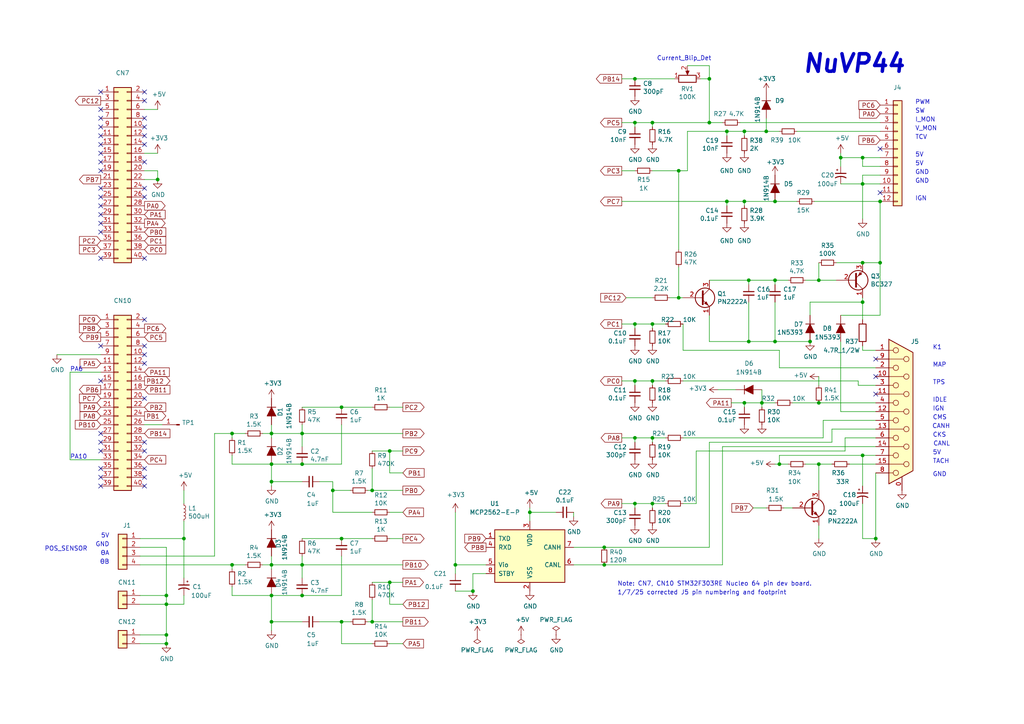
<source format=kicad_sch>
(kicad_sch (version 20230121) (generator eeschema)
  (paper "A4")
  (title_block (title "NuVP44 control") (date "2023-03-10") (rev "A1"))
  (junction (at 234.95 99.06))
  (junction (at 87.63 172.72))
  (junction (at 99.06 156.21))
  (junction (at 48.26 184.15))
  (junction (at 78.74 180.34))
  (junction (at 78.74 125.73))
  (junction (at 45.72 52.07))
  (junction (at 132.08 163.83))
  (junction (at 210.82 38.1))
  (junction (at 215.9 38.1))
  (junction (at 48.26 175.26))
  (junction (at 53.34 156.21))
  (junction (at 217.17 99.06))
  (junction (at 153.67 148.59))
  (junction (at 175.26 158.75))
  (junction (at 205.74 22.86))
  (junction (at 184.15 93.98))
  (junction (at 99.06 118.11))
  (junction (at 222.25 38.1))
  (junction (at 250.19 53.34))
  (junction (at 113.03 130.81))
  (junction (at 67.31 125.73))
  (junction (at 184.15 146.05))
  (junction (at 78.74 172.72))
  (junction (at 78.74 139.7))
  (junction (at 184.15 35.56))
  (junction (at 250.19 132.08))
  (junction (at 205.74 35.56))
  (junction (at 48.26 186.69))
  (junction (at 175.26 163.83))
  (junction (at 210.82 58.42))
  (junction (at 137.16 171.45))
  (junction (at 87.63 134.62))
  (junction (at 196.85 86.36))
  (junction (at 189.23 127))
  (junction (at 189.23 110.49))
  (junction (at 189.23 35.56))
  (junction (at 99.06 180.34))
  (junction (at 224.79 81.28))
  (junction (at 215.9 116.84))
  (junction (at 78.74 163.83))
  (junction (at 217.17 81.28))
  (junction (at 255.27 58.42))
  (junction (at 254 156.21))
  (junction (at 215.9 58.42))
  (junction (at 107.95 142.24))
  (junction (at 87.63 125.73))
  (junction (at 184.15 110.49))
  (junction (at 87.63 163.83))
  (junction (at 189.23 93.98))
  (junction (at 48.26 172.72))
  (junction (at 226.06 134.62))
  (junction (at 250.19 45.72))
  (junction (at 237.49 116.84))
  (junction (at 224.79 58.42))
  (junction (at 96.52 142.24))
  (junction (at 184.15 22.86))
  (junction (at 67.31 163.83))
  (junction (at 255.27 76.2))
  (junction (at 196.85 49.53))
  (junction (at 250.19 76.2))
  (junction (at 107.95 180.34))
  (junction (at 78.74 134.62))
  (junction (at 237.49 81.28))
  (junction (at 237.49 134.62))
  (junction (at 220.98 116.84))
  (junction (at 243.84 45.72))
  (junction (at 224.79 99.06))
  (junction (at 250.19 87.63))
  (junction (at 113.03 168.91))
  (junction (at 189.23 146.05))
  (junction (at 184.15 127))
  (no_connect (at 41.91 54.61))
  (no_connect (at 41.91 46.99))
  (no_connect (at 29.21 62.23))
  (no_connect (at 255.27 55.88))
  (no_connect (at 254 114.3))
  (no_connect (at 29.21 138.43))
  (no_connect (at 41.91 130.81))
  (no_connect (at 29.21 59.69))
  (no_connect (at 29.21 57.15))
  (no_connect (at 29.21 67.31))
  (no_connect (at 41.91 92.71))
  (no_connect (at 41.91 39.37))
  (no_connect (at 29.21 74.93))
  (no_connect (at 29.21 39.37))
  (no_connect (at 29.21 31.75))
  (no_connect (at 29.21 26.67))
  (no_connect (at 41.91 74.93))
  (no_connect (at 41.91 29.21))
  (no_connect (at 41.91 135.89))
  (no_connect (at 29.21 110.49))
  (no_connect (at 29.21 44.45))
  (no_connect (at 29.21 49.53))
  (no_connect (at 29.21 34.29))
  (no_connect (at 41.91 26.67))
  (no_connect (at 41.91 102.87))
  (no_connect (at 41.91 115.57))
  (no_connect (at 41.91 128.27))
  (no_connect (at 29.21 64.77))
  (no_connect (at 41.91 138.43))
  (no_connect (at 29.21 46.99))
  (no_connect (at 29.21 128.27))
  (no_connect (at 41.91 105.41))
  (no_connect (at 29.21 125.73))
  (no_connect (at 41.91 36.83))
  (no_connect (at 254 104.14))
  (no_connect (at 254 109.22))
  (no_connect (at 41.91 140.97))
  (no_connect (at 41.91 34.29))
  (no_connect (at 29.21 100.33))
  (no_connect (at 255.27 43.18))
  (no_connect (at 29.21 54.61))
  (no_connect (at 41.91 41.91))
  (no_connect (at 29.21 41.91))
  (no_connect (at 41.91 100.33))
  (no_connect (at 29.21 130.81))
  (no_connect (at 29.21 135.89))
  (no_connect (at 29.21 36.83))
  (no_connect (at 29.21 140.97))
  (no_connect (at 41.91 57.15))
  (wire (pts (xy 99.06 186.69) (xy 99.06 180.34)))
  (wire (pts (xy 53.34 175.26) (xy 53.34 172.72)))
  (wire (pts (xy 107.95 168.91) (xy 113.03 168.91)))
  (wire (pts (xy 215.9 116.84) (xy 220.98 116.84)))
  (wire (pts (xy 107.95 180.34) (xy 116.84 180.34)))
  (wire (pts (xy 205.74 99.06) (xy 217.17 99.06)))
  (wire (pts (xy 236.22 58.42) (xy 255.27 58.42)))
  (wire (pts (xy 250.19 140.97) (xy 250.19 132.08)))
  (wire (pts (xy 224.79 58.42) (xy 231.14 58.42)))
  (wire (pts (xy 87.63 123.19) (xy 87.63 125.73)))
  (wire (pts (xy 226.06 132.08) (xy 250.19 132.08)))
  (wire (pts (xy 255.27 76.2) (xy 255.27 58.42)))
  (wire (pts (xy 189.23 49.53) (xy 196.85 49.53)))
  (wire (pts (xy 184.15 110.49) (xy 189.23 110.49)))
  (wire (pts (xy 99.06 123.19) (xy 99.06 134.62)))
  (wire (pts (xy 180.34 49.53) (xy 184.15 49.53)))
  (wire (pts (xy 166.37 158.75) (xy 175.26 158.75)))
  (wire (pts (xy 180.34 22.86) (xy 184.15 22.86)))
  (wire (pts (xy 96.52 148.59) (xy 96.52 142.24)))
  (wire (pts (xy 215.9 38.1) (xy 222.25 38.1)))
  (wire (pts (xy 217.17 87.63) (xy 217.17 99.06)))
  (wire (pts (xy 132.08 163.83) (xy 140.97 163.83)))
  (wire (pts (xy 217.17 82.55) (xy 217.17 81.28)))
  (wire (pts (xy 245.11 127) (xy 254 127)))
  (wire (pts (xy 189.23 127) (xy 193.04 127)))
  (wire (pts (xy 199.39 19.05) (xy 205.74 19.05)))
  (wire (pts (xy 222.25 38.1) (xy 226.06 38.1)))
  (wire (pts (xy 76.2 163.83) (xy 78.74 163.83)))
  (wire (pts (xy 248.92 111.76) (xy 254 111.76)))
  (wire (pts (xy 116.84 137.16) (xy 113.03 137.16)))
  (wire (pts (xy 41.91 52.07) (xy 45.72 52.07)))
  (wire (pts (xy 180.34 110.49) (xy 184.15 110.49)))
  (wire (pts (xy 184.15 128.27) (xy 184.15 127)))
  (wire (pts (xy 226.06 134.62) (xy 226.06 132.08)))
  (wire (pts (xy 153.67 148.59) (xy 153.67 151.13)))
  (wire (pts (xy 199.39 38.1) (xy 210.82 38.1)))
  (wire (pts (xy 132.08 163.83) (xy 132.08 166.37)))
  (wire (pts (xy 255.27 91.44) (xy 255.27 76.2)))
  (wire (pts (xy 78.74 139.7) (xy 78.74 140.97)))
  (wire (pts (xy 243.84 44.45) (xy 243.84 45.72)))
  (wire (pts (xy 237.49 142.24) (xy 237.49 134.62)))
  (wire (pts (xy 99.06 180.34) (xy 101.6 180.34)))
  (wire (pts (xy 189.23 93.98) (xy 193.04 93.98)))
  (wire (pts (xy 107.95 148.59) (xy 96.52 148.59)))
  (wire (pts (xy 96.52 139.7) (xy 96.52 142.24)))
  (wire (pts (xy 181.61 86.36) (xy 189.23 86.36)))
  (wire (pts (xy 92.71 180.34) (xy 99.06 180.34)))
  (wire (pts (xy 78.74 161.29) (xy 78.74 163.83)))
  (wire (pts (xy 224.79 87.63) (xy 224.79 99.06)))
  (wire (pts (xy 198.12 127) (xy 238.76 127)))
  (wire (pts (xy 96.52 142.24) (xy 101.6 142.24)))
  (wire (pts (xy 198.12 101.6) (xy 198.12 93.98)))
  (wire (pts (xy 184.15 146.05) (xy 189.23 146.05)))
  (wire (pts (xy 215.9 39.37) (xy 215.9 38.1)))
  (wire (pts (xy 250.19 76.2) (xy 242.57 76.2)))
  (wire (pts (xy 250.19 45.72) (xy 243.84 45.72)))
  (wire (pts (xy 87.63 139.7) (xy 78.74 139.7)))
  (wire (pts (xy 20.32 133.35) (xy 20.32 107.95)))
  (wire (pts (xy 205.74 19.05) (xy 205.74 22.86)))
  (wire (pts (xy 71.12 125.73) (xy 67.31 125.73)))
  (wire (pts (xy 48.26 175.26) (xy 48.26 184.15)))
  (wire (pts (xy 87.63 163.83) (xy 87.63 167.64)))
  (wire (pts (xy 113.03 118.11) (xy 116.84 118.11)))
  (wire (pts (xy 87.63 180.34) (xy 78.74 180.34)))
  (wire (pts (xy 198.12 110.49) (xy 248.92 110.49)))
  (wire (pts (xy 99.06 172.72) (xy 87.63 172.72)))
  (wire (pts (xy 45.72 49.53) (xy 45.72 52.07)))
  (wire (pts (xy 48.26 175.26) (xy 53.34 175.26)))
  (wire (pts (xy 201.93 146.05) (xy 198.12 146.05)))
  (wire (pts (xy 107.95 142.24) (xy 116.84 142.24)))
  (wire (pts (xy 205.74 128.27) (xy 241.3 128.27)))
  (wire (pts (xy 184.15 147.32) (xy 184.15 146.05)))
  (wire (pts (xy 67.31 125.73) (xy 67.31 127)))
  (wire (pts (xy 189.23 36.83) (xy 189.23 35.56)))
  (wire (pts (xy 217.17 99.06) (xy 224.79 99.06)))
  (wire (pts (xy 229.87 116.84) (xy 237.49 116.84)))
  (wire (pts (xy 106.68 142.24) (xy 107.95 142.24)))
  (wire (pts (xy 250.19 146.05) (xy 250.19 156.21)))
  (wire (pts (xy 210.82 39.37) (xy 210.82 38.1)))
  (wire (pts (xy 215.9 118.11) (xy 215.9 116.84)))
  (wire (pts (xy 210.82 59.69) (xy 210.82 58.42)))
  (wire (pts (xy 107.95 173.99) (xy 107.95 180.34)))
  (wire (pts (xy 224.79 81.28) (xy 228.6 81.28)))
  (wire (pts (xy 237.49 81.28) (xy 233.68 81.28)))
  (wire (pts (xy 220.98 116.84) (xy 224.79 116.84)))
  (wire (pts (xy 218.44 147.32) (xy 222.25 147.32)))
  (wire (pts (xy 67.31 163.83) (xy 67.31 165.1)))
  (wire (pts (xy 205.74 35.56) (xy 209.55 35.56)))
  (wire (pts (xy 175.26 158.75) (xy 205.74 158.75)))
  (wire (pts (xy 40.64 158.75) (xy 48.26 158.75)))
  (wire (pts (xy 205.74 81.28) (xy 217.17 81.28)))
  (wire (pts (xy 255.27 53.34) (xy 250.19 53.34)))
  (wire (pts (xy 224.79 99.06) (xy 234.95 99.06)))
  (wire (pts (xy 226.06 106.68) (xy 226.06 101.6)))
  (wire (pts (xy 132.08 171.45) (xy 137.16 171.45)))
  (wire (pts (xy 250.19 45.72) (xy 255.27 45.72)))
  (wire (pts (xy 255.27 50.8) (xy 250.19 50.8)))
  (wire (pts (xy 53.34 167.64) (xy 53.34 156.21)))
  (wire (pts (xy 224.79 82.55) (xy 224.79 81.28)))
  (wire (pts (xy 209.55 163.83) (xy 209.55 129.54)))
  (wire (pts (xy 107.95 186.69) (xy 99.06 186.69)))
  (wire (pts (xy 107.95 135.89) (xy 107.95 142.24)))
  (wire (pts (xy 237.49 111.76) (xy 237.49 109.22)))
  (wire (pts (xy 113.03 130.81) (xy 116.84 130.81)))
  (wire (pts (xy 254 137.16) (xy 254 156.21)))
  (wire (pts (xy 234.95 87.63) (xy 250.19 87.63)))
  (wire (pts (xy 210.82 58.42) (xy 215.9 58.42)))
  (wire (pts (xy 243.84 119.38) (xy 243.84 99.06)))
  (wire (pts (xy 245.11 130.81) (xy 245.11 127)))
  (wire (pts (xy 87.63 134.62) (xy 78.74 134.62)))
  (wire (pts (xy 41.91 31.75) (xy 45.72 31.75)))
  (wire (pts (xy 71.12 163.83) (xy 67.31 163.83)))
  (wire (pts (xy 41.91 49.53) (xy 45.72 49.53)))
  (wire (pts (xy 16.51 102.87) (xy 29.21 102.87)))
  (wire (pts (xy 196.85 72.39) (xy 196.85 49.53)))
  (wire (pts (xy 67.31 134.62) (xy 78.74 134.62)))
  (wire (pts (xy 99.06 161.29) (xy 99.06 172.72)))
  (wire (pts (xy 250.19 50.8) (xy 250.19 53.34)))
  (wire (pts (xy 113.03 137.16) (xy 113.03 130.81)))
  (wire (pts (xy 196.85 77.47) (xy 196.85 86.36)))
  (wire (pts (xy 189.23 110.49) (xy 193.04 110.49)))
  (wire (pts (xy 78.74 182.88) (xy 78.74 180.34)))
  (wire (pts (xy 238.76 121.92) (xy 254 121.92)))
  (wire (pts (xy 40.64 184.15) (xy 48.26 184.15)))
  (wire (pts (xy 184.15 127) (xy 189.23 127)))
  (wire (pts (xy 140.97 166.37) (xy 137.16 166.37)))
  (wire (pts (xy 92.71 139.7) (xy 96.52 139.7)))
  (wire (pts (xy 222.25 34.29) (xy 222.25 38.1)))
  (wire (pts (xy 212.09 116.84) (xy 215.9 116.84)))
  (wire (pts (xy 87.63 172.72) (xy 78.74 172.72)))
  (wire (pts (xy 67.31 170.18) (xy 67.31 172.72)))
  (wire (pts (xy 220.98 118.11) (xy 220.98 116.84)))
  (wire (pts (xy 205.74 158.75) (xy 205.74 128.27)))
  (wire (pts (xy 67.31 132.08) (xy 67.31 134.62)))
  (wire (pts (xy 237.49 76.2) (xy 237.49 81.28)))
  (wire (pts (xy 243.84 45.72) (xy 243.84 48.26)))
  (wire (pts (xy 87.63 118.11) (xy 99.06 118.11)))
  (wire (pts (xy 205.74 22.86) (xy 205.74 35.56)))
  (wire (pts (xy 99.06 134.62) (xy 87.63 134.62)))
  (wire (pts (xy 250.19 100.33) (xy 250.19 101.6)))
  (wire (pts (xy 254 119.38) (xy 243.84 119.38)))
  (wire (pts (xy 116.84 163.83) (xy 87.63 163.83)))
  (wire (pts (xy 184.15 111.76) (xy 184.15 110.49)))
  (wire (pts (xy 220.98 113.03) (xy 220.98 116.84)))
  (wire (pts (xy 194.31 86.36) (xy 196.85 86.36)))
  (wire (pts (xy 40.64 161.29) (xy 62.23 161.29)))
  (wire (pts (xy 250.19 132.08) (xy 254 132.08)))
  (wire (pts (xy 40.64 163.83) (xy 67.31 163.83)))
  (wire (pts (xy 210.82 38.1) (xy 215.9 38.1)))
  (wire (pts (xy 195.58 22.86) (xy 184.15 22.86)))
  (wire (pts (xy 180.34 93.98) (xy 184.15 93.98)))
  (wire (pts (xy 189.23 95.25) (xy 189.23 93.98)))
  (wire (pts (xy 250.19 53.34) (xy 250.19 63.5)))
  (wire (pts (xy 107.95 118.11) (xy 99.06 118.11)))
  (wire (pts (xy 231.14 38.1) (xy 255.27 38.1)))
  (wire (pts (xy 226.06 101.6) (xy 198.12 101.6)))
  (wire (pts (xy 76.2 125.73) (xy 78.74 125.73)))
  (wire (pts (xy 41.91 44.45) (xy 45.72 44.45)))
  (wire (pts (xy 116.84 175.26) (xy 113.03 175.26)))
  (wire (pts (xy 214.63 35.56) (xy 255.27 35.56)))
  (wire (pts (xy 166.37 148.59) (xy 166.37 149.86)))
  (wire (pts (xy 67.31 172.72) (xy 78.74 172.72)))
  (wire (pts (xy 78.74 172.72) (xy 78.74 180.34)))
  (wire (pts (xy 250.19 101.6) (xy 254 101.6)))
  (wire (pts (xy 241.3 124.46) (xy 254 124.46)))
  (wire (pts (xy 153.67 148.59) (xy 161.29 148.59)))
  (wire (pts (xy 246.38 134.62) (xy 254 134.62)))
  (wire (pts (xy 153.67 147.32) (xy 153.67 148.59)))
  (wire (pts (xy 234.95 91.44) (xy 234.95 87.63)))
  (wire (pts (xy 40.64 186.69) (xy 48.26 186.69)))
  (wire (pts (xy 189.23 146.05) (xy 193.04 146.05)))
  (wire (pts (xy 62.23 161.29) (xy 62.23 125.73)))
  (wire (pts (xy 250.19 87.63) (xy 250.19 92.71)))
  (wire (pts (xy 250.19 48.26) (xy 250.19 45.72)))
  (wire (pts (xy 243.84 53.34) (xy 250.19 53.34)))
  (wire (pts (xy 20.32 133.35) (xy 29.21 133.35)))
  (wire (pts (xy 175.26 163.83) (xy 209.55 163.83)))
  (wire (pts (xy 205.74 91.44) (xy 205.74 99.06)))
  (wire (pts (xy 116.84 186.69) (xy 113.03 186.69)))
  (wire (pts (xy 48.26 172.72) (xy 48.26 158.75)))
  (wire (pts (xy 196.85 49.53) (xy 199.39 49.53)))
  (wire (pts (xy 113.03 175.26) (xy 113.03 168.91)))
  (wire (pts (xy 48.26 184.15) (xy 48.26 186.69)))
  (wire (pts (xy 180.34 35.56) (xy 184.15 35.56)))
  (wire (pts (xy 242.57 81.28) (xy 237.49 81.28)))
  (wire (pts (xy 78.74 163.83) (xy 87.63 163.83)))
  (wire (pts (xy 215.9 58.42) (xy 224.79 58.42)))
  (wire (pts (xy 20.32 107.95) (xy 29.21 107.95)))
  (wire (pts (xy 250.19 86.36) (xy 250.19 87.63)))
  (wire (pts (xy 107.95 156.21) (xy 99.06 156.21)))
  (wire (pts (xy 184.15 35.56) (xy 189.23 35.56)))
  (wire (pts (xy 184.15 36.83) (xy 184.15 35.56)))
  (wire (pts (xy 53.34 151.13) (xy 53.34 156.21)))
  (wire (pts (xy 237.49 116.84) (xy 254 116.84)))
  (wire (pts (xy 189.23 147.32) (xy 189.23 146.05)))
  (wire (pts (xy 189.23 128.27) (xy 189.23 127)))
  (wire (pts (xy 40.64 175.26) (xy 48.26 175.26)))
  (wire (pts (xy 113.03 156.21) (xy 116.84 156.21)))
  (wire (pts (xy 237.49 134.62) (xy 233.68 134.62)))
  (wire (pts (xy 184.15 93.98) (xy 189.23 93.98)))
  (wire (pts (xy 226.06 134.62) (xy 224.79 134.62)))
  (wire (pts (xy 137.16 166.37) (xy 137.16 171.45)))
  (wire (pts (xy 228.6 134.62) (xy 226.06 134.62)))
  (wire (pts (xy 62.23 125.73) (xy 67.31 125.73)))
  (wire (pts (xy 250.19 156.21) (xy 254 156.21)))
  (wire (pts (xy 40.64 156.21) (xy 53.34 156.21)))
  (wire (pts (xy 241.3 128.27) (xy 241.3 124.46)))
  (wire (pts (xy 184.15 95.25) (xy 184.15 93.98)))
  (wire (pts (xy 243.84 91.44) (xy 255.27 91.44)))
  (wire (pts (xy 87.63 125.73) (xy 87.63 129.54)))
  (wire (pts (xy 78.74 165.1) (xy 78.74 163.83)))
  (wire (pts (xy 255.27 48.26) (xy 250.19 48.26)))
  (wire (pts (xy 87.63 156.21) (xy 99.06 156.21)))
  (wire (pts (xy 41.91 123.19) (xy 46.99 123.19)))
  (wire (pts (xy 78.74 127) (xy 78.74 125.73)))
  (wire (pts (xy 248.92 110.49) (xy 248.92 111.76)))
  (wire (pts (xy 196.85 86.36) (xy 198.12 86.36)))
  (wire (pts (xy 180.34 58.42) (xy 210.82 58.42)))
  (wire (pts (xy 254 106.68) (xy 226.06 106.68)))
  (wire (pts (xy 78.74 125.73) (xy 87.63 125.73)))
  (wire (pts (xy 113.03 168.91) (xy 116.84 168.91)))
  (wire (pts (xy 48.26 172.72) (xy 48.26 175.26)))
  (wire (pts (xy 132.08 148.59) (xy 132.08 163.83)))
  (wire (pts (xy 203.2 22.86) (xy 205.74 22.86)))
  (wire (pts (xy 116.84 148.59) (xy 113.03 148.59)))
  (wire (pts (xy 215.9 59.69) (xy 215.9 58.42)))
  (wire (pts (xy 106.68 180.34) (xy 107.95 180.34)))
  (wire (pts (xy 53.34 142.24) (xy 53.34 146.05)))
  (wire (pts (xy 201.93 130.81) (xy 245.11 130.81)))
  (wire (pts (xy 78.74 134.62) (xy 78.74 139.7)))
  (wire (pts (xy 199.39 49.53) (xy 199.39 38.1)))
  (wire (pts (xy 208.28 113.03) (xy 213.36 113.03)))
  (wire (pts (xy 217.17 81.28) (xy 224.79 81.28)))
  (wire (pts (xy 237.49 152.4) (xy 237.49 156.21)))
  (wire (pts (xy 227.33 147.32) (xy 229.87 147.32)))
  (wire (pts (xy 241.3 134.62) (xy 237.49 134.62)))
  (wire (pts (xy 87.63 161.29) (xy 87.63 163.83)))
  (wire (pts (xy 180.34 146.05) (xy 184.15 146.05)))
  (wire (pts (xy 201.93 130.81) (xy 201.93 146.05)))
  (wire (pts (xy 189.23 35.56) (xy 205.74 35.56)))
  (wire (pts (xy 189.23 111.76) (xy 189.23 110.49)))
  (wire (pts (xy 78.74 123.19) (xy 78.74 125.73)))
  (wire (pts (xy 238.76 127) (xy 238.76 121.92)))
  (wire (pts (xy 116.84 125.73) (xy 87.63 125.73)))
  (wire (pts (xy 209.55 129.54) (xy 254 129.54)))
  (wire (pts (xy 107.95 130.81) (xy 113.03 130.81)))
  (wire (pts (xy 166.37 163.83) (xy 175.26 163.83)))
  (wire (pts (xy 180.34 127) (xy 184.15 127)))
  (wire (pts (xy 250.19 76.2) (xy 255.27 76.2)))
  (wire (pts (xy 40.64 172.72) (xy 48.26 172.72)))
  (text "5V" (at 265.43 45.72 0) (effects (font (size 1.27 1.27)) (justify left bottom)))
  (text "ϴB" (at 31.75 163.83 0) (effects (font (size 1.27 1.27)) (justify right bottom)))
  (text "Note: CN7, CN10 STM32F303RE Nucleo 64 pin dev board." (at 179.07 170.18 0) (effects (font (size 1.27 1.27)) (justify left bottom)))
  (text "K1" (at 270.51 101.6 0) (effects (font (size 1.27 1.27)) (justify left bottom)))
  (text "IGN" (at 265.43 58.42 0) (effects (font (size 1.27 1.27)) (justify left bottom)))
  (text "GND" (at 31.75 158.75 0) (effects (font (size 1.27 1.27)) (justify right bottom)))
  (text "I_MON" (at 265.43 35.56 0) (effects (font (size 1.27 1.27)) (justify left bottom)))
  (text "CANL" (at 275.59 129.54 0) (effects (font (size 1.27 1.27)) (justify right bottom)))
  (text "PA10" (at 20.32 133.35 0) (effects (font (size 1.27 1.27)) (justify left bottom)))
  (text "GND" (at 270.51 138.43 0) (effects (font (size 1.27 1.27)) (justify left bottom)))
  (text "SW" (at 265.43 33.02 0) (effects (font (size 1.27 1.27)) (justify left bottom)))
  (text "NuVP44" (at 262.89 21.59 0) (effects (font (size 5.08 5.08) (thickness 1.016) bold italic) (justify right bottom)))
  (text "Current_Blip_Det" (at 190.5 17.78 0) (effects (font (size 1.27 1.27)) (justify left bottom)))
  (text "5V" (at 265.43 48.26 0) (effects (font (size 1.27 1.27)) (justify left bottom)))
  (text "PA6" (at 20.32 107.95 0) (effects (font (size 1.27 1.27)) (justify left bottom)))
  (text "CMS" (at 270.51 121.92 0) (effects (font (size 1.27 1.27)) (justify left bottom)))
  (text "TCV" (at 265.43 40.64 0) (effects (font (size 1.27 1.27)) (justify left bottom)))
  (text "5V" (at 31.75 156.21 0) (effects (font (size 1.27 1.27)) (justify right bottom)))
  (text "TACH" (at 270.51 134.62 0) (effects (font (size 1.27 1.27)) (justify left bottom)))
  (text "ϴA" (at 31.75 161.29 0) (effects (font (size 1.27 1.27)) (justify right bottom)))
  (text "1/7/25 corrected J5 pin numbering and footprint" (at 179.07 172.72 0) (effects (font (size 1.27 1.27)) (justify left bottom)))
  (text "V_MON" (at 265.43 38.1 0) (effects (font (size 1.27 1.27)) (justify left bottom)))
  (text "IDLE" (at 270.51 116.84 0) (effects (font (size 1.27 1.27)) (justify left bottom)))
  (text "5V" (at 270.51 132.08 0) (effects (font (size 1.27 1.27)) (justify left bottom)))
  (text "PWM" (at 265.43 30.48 0) (effects (font (size 1.27 1.27)) (justify left bottom)))
  (text "GND" (at 265.43 50.8 0) (effects (font (size 1.27 1.27)) (justify left bottom)))
  (text "POS_SENSOR" (at 25.4 160.02 0) (effects (font (size 1.27 1.27)) (justify right bottom)))
  (text "GND" (at 265.43 53.34 0) (effects (font (size 1.27 1.27)) (justify left bottom)))
  (text "CKS" (at 270.51 127 0) (effects (font (size 1.27 1.27)) (justify left bottom)))
  (text "TPS" (at 270.51 111.76 0) (effects (font (size 1.27 1.27)) (justify left bottom)))
  (text "IGN" (at 270.51 119.38 0) (effects (font (size 1.27 1.27)) (justify left bottom)))
  (text "MAP" (at 270.51 106.68 0) (effects (font (size 1.27 1.27)) (justify left bottom)))
  (text "CANH" (at 275.59 124.46 0) (effects (font (size 1.27 1.27)) (justify right bottom)))
  (global_label "PC1" (shape output) (at 180.34 93.98 180) (property "Intersheetrefs" "${INTERSHEET_REFS}" (effects hide)))
  (global_label "PC12" (shape output) (at 29.21 29.21 180) (property "Intersheetrefs" "${INTERSHEET_REFS}" (effects hide)))
  (global_label "PB12" (shape input) (at 116.84 175.26 0) (property "Intersheetrefs" "${INTERSHEET_REFS}" (effects hide)))
  (global_label "PA11" (shape output) (at 212.09 116.84 180) (property "Intersheetrefs" "${INTERSHEET_REFS}" (effects hide)))
  (global_label "PA4" (shape output) (at 41.91 64.77 0) (property "Intersheetrefs" "${INTERSHEET_REFS}" (effects hide)))
  (global_label "PC0" (shape output) (at 180.34 110.49 180) (property "Intersheetrefs" "${INTERSHEET_REFS}" (effects hide)))
  (global_label "PC3" (shape output) (at 180.34 49.53 180) (property "Intersheetrefs" "${INTERSHEET_REFS}" (effects hide)))
  (global_label "PA1" (shape output) (at 116.84 168.91 0) (property "Intersheetrefs" "${INTERSHEET_REFS}" (effects hide)))
  (global_label "PC4" (shape input) (at 41.91 133.35 0) (property "Intersheetrefs" "${INTERSHEET_REFS}" (effects hide)))
  (global_label "PC7" (shape output) (at 180.34 58.42 180) (property "Intersheetrefs" "${INTERSHEET_REFS}" (effects hide)))
  (global_label "PC3" (shape input) (at 29.21 72.39 180) (property "Intersheetrefs" "${INTERSHEET_REFS}" (effects hide)))
  (global_label "PA5" (shape input) (at 29.21 105.41 180) (property "Intersheetrefs" "${INTERSHEET_REFS}" (effects hide)))
  (global_label "PB7" (shape output) (at 29.21 52.07 180) (property "Intersheetrefs" "${INTERSHEET_REFS}" (effects hide)))
  (global_label "PA5" (shape input) (at 116.84 186.69 0) (property "Intersheetrefs" "${INTERSHEET_REFS}" (effects hide)))
  (global_label "PB2" (shape output) (at 116.84 125.73 0) (property "Intersheetrefs" "${INTERSHEET_REFS}" (effects hide)))
  (global_label "PB8" (shape output) (at 140.97 158.75 180) (property "Intersheetrefs" "${INTERSHEET_REFS}" (effects hide)))
  (global_label "PB10" (shape output) (at 116.84 163.83 0) (property "Intersheetrefs" "${INTERSHEET_REFS}" (effects hide)))
  (global_label "PB9" (shape input) (at 140.97 156.21 180) (property "Intersheetrefs" "${INTERSHEET_REFS}" (effects hide)))
  (global_label "PB6" (shape input) (at 255.27 40.64 180) (property "Intersheetrefs" "${INTERSHEET_REFS}" (effects hide)))
  (global_label "PA4" (shape input) (at 116.84 148.59 0) (property "Intersheetrefs" "${INTERSHEET_REFS}" (effects hide)))
  (global_label "PB14" (shape output) (at 180.34 22.86 180) (property "Intersheetrefs" "${INTERSHEET_REFS}" (effects hide)))
  (global_label "PA9" (shape input) (at 29.21 118.11 180) (property "Intersheetrefs" "${INTERSHEET_REFS}" (effects hide)))
  (global_label "PA1" (shape input) (at 41.91 62.23 0) (property "Intersheetrefs" "${INTERSHEET_REFS}" (effects hide)))
  (global_label "PB0" (shape input) (at 41.91 67.31 0) (property "Intersheetrefs" "${INTERSHEET_REFS}" (effects hide)))
  (global_label "PB11" (shape input) (at 41.91 113.03 0) (property "Intersheetrefs" "${INTERSHEET_REFS}" (effects hide)))
  (global_label "PC1" (shape input) (at 41.91 69.85 0) (property "Intersheetrefs" "${INTERSHEET_REFS}" (effects hide)))
  (global_label "PC9" (shape output) (at 116.84 130.81 0) (property "Intersheetrefs" "${INTERSHEET_REFS}" (effects hide)))
  (global_label "PB1" (shape output) (at 41.91 120.65 0) (property "Intersheetrefs" "${INTERSHEET_REFS}" (effects hide)))
  (global_label "PC2" (shape input) (at 29.21 69.85 180) (property "Intersheetrefs" "${INTERSHEET_REFS}" (effects hide)))
  (global_label "PB11" (shape output) (at 116.84 180.34 0) (property "Intersheetrefs" "${INTERSHEET_REFS}" (effects hide)))
  (global_label "PC7" (shape input) (at 29.21 115.57 180) (property "Intersheetrefs" "${INTERSHEET_REFS}" (effects hide)))
  (global_label "PB0" (shape output) (at 116.84 142.24 0) (property "Intersheetrefs" "${INTERSHEET_REFS}" (effects hide)))
  (global_label "PC6" (shape output) (at 41.91 95.25 0) (property "Intersheetrefs" "${INTERSHEET_REFS}" (effects hide)))
  (global_label "PA11" (shape input) (at 41.91 107.95 0) (property "Intersheetrefs" "${INTERSHEET_REFS}" (effects hide)))
  (global_label "PB9" (shape output) (at 29.21 97.79 180) (property "Intersheetrefs" "${INTERSHEET_REFS}" (effects hide)))
  (global_label "PB7" (shape input) (at 218.44 147.32 180) (property "Intersheetrefs" "${INTERSHEET_REFS}" (effects hide)))
  (global_label "PA8" (shape output) (at 180.34 127 180) (property "Intersheetrefs" "${INTERSHEET_REFS}" (effects hide)))
  (global_label "PB2" (shape input) (at 41.91 118.11 0) (property "Intersheetrefs" "${INTERSHEET_REFS}" (effects hide)))
  (global_label "PB10" (shape input) (at 29.21 123.19 180) (property "Intersheetrefs" "${INTERSHEET_REFS}" (effects hide)))
  (global_label "PC9" (shape input) (at 29.21 92.71 180) (property "Intersheetrefs" "${INTERSHEET_REFS}" (effects hide)))
  (global_label "PC2" (shape output) (at 116.84 118.11 0) (property "Intersheetrefs" "${INTERSHEET_REFS}" (effects hide)))
  (global_label "PC4" (shape output) (at 116.84 156.21 0) (property "Intersheetrefs" "${INTERSHEET_REFS}" (effects hide)))
  (global_label "PB14" (shape input) (at 41.91 125.73 0) (property "Intersheetrefs" "${INTERSHEET_REFS}" (effects hide)))
  (global_label "PA0" (shape output) (at 41.91 59.69 0) (property "Intersheetrefs" "${INTERSHEET_REFS}" (effects hide)))
  (global_label "PC6" (shape input) (at 255.27 30.48 180) (property "Intersheetrefs" "${INTERSHEET_REFS}" (effects hide)))
  (global_label "PB6" (shape output) (at 29.21 113.03 180) (property "Intersheetrefs" "${INTERSHEET_REFS}" (effects hide)))
  (global_label "PA0" (shape input) (at 255.27 33.02 180) (property "Intersheetrefs" "${INTERSHEET_REFS}" (effects hide)))
  (global_label "PB1" (shape input) (at 116.84 137.16 0) (property "Intersheetrefs" "${INTERSHEET_REFS}" (effects hide)))
  (global_label "PC5" (shape input) (at 41.91 97.79 0) (property "Intersheetrefs" "${INTERSHEET_REFS}" (effects hide)))
  (global_label "PA8" (shape input) (at 29.21 120.65 180) (property "Intersheetrefs" "${INTERSHEET_REFS}" (effects hide)))
  (global_label "PC12" (shape input) (at 181.61 86.36 180) (property "Intersheetrefs" "${INTERSHEET_REFS}" (effects hide)))
  (global_label "PC0" (shape input) (at 41.91 72.39 0) (property "Intersheetrefs" "${INTERSHEET_REFS}" (effects hide)))
  (global_label "PB8" (shape input) (at 29.21 95.25 180) (property "Intersheetrefs" "${INTERSHEET_REFS}" (effects hide)))
  (global_label "PB12" (shape output) (at 41.91 110.49 0) (property "Intersheetrefs" "${INTERSHEET_REFS}" (effects hide)))
  (global_label "PC5" (shape output) (at 180.34 35.56 180) (property "Intersheetrefs" "${INTERSHEET_REFS}" (effects hide)))
  (global_label "PA9" (shape output) (at 180.34 146.05 180) (property "Intersheetrefs" "${INTERSHEET_REFS}" (effects hide)))
  (symbol (lib_id "030823NU-rescue:Conn_02x20_Odd_Even-Connector_Generic") (at 34.29 49.53 0) (unit 1)
    (property "Reference" "CN7" (at 35.56 21.1582 0))
    (property "Value" "Conn_02x20_Odd_Even" (effects hide))
    (property "Footprint" "Connector_PinHeader_2.54mm:PinHeader_2x20_P2.54mm_Vertical" (effects hide))
  )
  (symbol (lib_id "030823NU-rescue:Conn_02x20_Odd_Even-Connector_Generic") (at 34.29 115.57 0) (unit 1)
    (property "Reference" "CN10" (at 35.56 87.1982 0))
    (property "Value" "Conn_02x20_Odd_Even" (effects hide))
    (property "Footprint" "Connector_PinHeader_2.54mm:PinHeader_2x20_P2.54mm_Vertical" (effects hide))
  )
  (symbol (lib_id "030823NU-rescue:R_Small-Device") (at 231.14 134.62 90) (unit 1)
    (property "Reference" "R34" (at 232.41 137.16 90) (effects (justify left)))
    (property "Value" "10K" (at 232.41 139.7 90) (effects (justify left)))
    (property "Footprint" "Resistor_THT:R_Axial_DIN0204_L3.6mm_D1.6mm_P7.62mm_Horizontal" (effects hide))
  )
  (symbol (lib_id "030823NU-rescue:R_Small-Device") (at 243.84 134.62 90) (unit 1)
    (property "Reference" "R36" (at 245.11 137.16 90) (effects (justify left)))
    (property "Value" "33R" (at 246.38 139.7 90) (effects (justify left)))
    (property "Footprint" "Resistor_THT:R_Axial_DIN0204_L3.6mm_D1.6mm_P7.62mm_Horizontal" (effects hide))
  )
  (symbol (lib_id "030823NU-rescue:Conn_01x04-Connector_Generic") (at 35.56 158.75 0) (mirror y) (unit 1)
    (property "Reference" "J1" (at 36.83 152.4 0))
    (property "Value" "Conn_01x04_Shielded" (effects hide))
    (property "Footprint" "Connector_PinHeader_2.54mm:PinHeader_1x04_P2.54mm_Vertical" (effects hide))
  )
  (symbol (lib_id "030823NU-rescue:Conn_01x02-Connector_Generic") (at 35.56 172.72 0) (mirror y) (unit 1)
    (property "Reference" "CN11" (at 36.83 168.91 0))
    (property "Value" "Conn_01x02_Female" (effects hide))
    (property "Footprint" "Connector_PinHeader_2.54mm:PinHeader_1x02_P2.54mm_Vertical" (effects hide))
    (property "Datasheet" " S5448-ND RIGHT ANGLE" (effects hide))
  )
  (symbol (lib_id "030823NU-rescue:Conn_01x02-Connector_Generic") (at 35.56 184.15 0) (mirror y) (unit 1)
    (property "Reference" "CN12" (at 36.83 180.34 0))
    (property "Value" "Conn_01x02_Female" (effects hide))
    (property "Footprint" "Connector_PinHeader_2.54mm:PinHeader_1x02_P2.54mm_Vertical" (effects hide))
    (property "Datasheet" " S5448-ND RIGHT ANGLE" (effects hide))
  )
  (symbol (lib_id "030823NU-rescue:GND-power") (at 48.26 186.69 0) (unit 1)
    (property "Reference" "#PWR05" (effects hide))
    (property "Value" "GND" (at 48.387 191.0842 0))
  )
  (symbol (lib_id "030823NU-rescue:GND-power") (at 237.49 156.21 0) (unit 1)
    (property "Reference" "#PWR030" (effects hide))
    (property "Value" "GND" (at 237.617 160.6042 0))
  )
  (symbol (lib_id "030823NU-rescue:+5V-power") (at 224.79 134.62 90) (unit 1)
    (property "Reference" "#PWR028" (effects hide))
    (property "Value" "+5V" (at 221.5388 134.239 90) (effects (justify left)))
  )
  (symbol (lib_id "030823NU-rescue:R_Small-Device") (at 224.79 147.32 90) (unit 1)
    (property "Reference" "R31" (at 226.06 142.24 90) (effects (justify left)))
    (property "Value" "1.5K" (at 227.33 144.78 90) (effects (justify left)))
    (property "Footprint" "Resistor_THT:R_Axial_DIN0204_L3.6mm_D1.6mm_P7.62mm_Horizontal" (effects hide))
  )
  (symbol (lib_id "030823NU-rescue:GND-power") (at 254 156.21 0) (unit 1)
    (property "Reference" "#PWR033" (effects hide))
    (property "Value" "GND" (at 254.127 160.6042 0))
  )
  (symbol (lib_id "030823NU-rescue:GND-power") (at 45.72 52.07 0) (unit 1)
    (property "Reference" "#PWR04" (effects hide))
    (property "Value" "GND" (at 45.847 56.4642 0))
  )
  (symbol (lib_id "030823NU-rescue:+3V3-power") (at 45.72 44.45 0) (unit 1)
    (property "Reference" "#PWR03" (effects hide))
    (property "Value" "+3V3" (at 46.101 40.0558 0))
  )
  (symbol (lib_id "030823NU-rescue:+5V-power") (at 45.72 31.75 0) (unit 1)
    (property "Reference" "#PWR02" (effects hide))
    (property "Value" "+5V" (at 46.101 27.3558 0))
  )
  (symbol (lib_id "030823NU-rescue:CP1_Small-Device") (at 250.19 143.51 0) (unit 1)
    (property "Reference" "C18" (at 246.38 143.51 0))
    (property "Value" "100uF" (at 246.38 146.05 0))
    (property "Footprint" "Capacitor_THT:CP_Radial_D5.0mm_P2.50mm" (effects hide))
  )
  (symbol (lib_id "030823NU-rescue:R_Small-Device") (at 189.23 97.79 0) (unit 1)
    (property "Reference" "R17" (at 190.7286 96.6216 0) (effects (justify left)))
    (property "Value" "10K" (at 190.7286 98.933 0) (effects (justify left)))
    (property "Footprint" "Resistor_THT:R_Axial_DIN0204_L3.6mm_D1.6mm_P7.62mm_Horizontal" (effects hide))
  )
  (symbol (lib_id "030823NU-rescue:R_Small-Device") (at 195.58 93.98 90) (unit 1)
    (property "Reference" "R22" (at 195.58 92.71 90) (effects (justify left)))
    (property "Value" "10K" (at 201.93 92.71 90) (effects (justify left)))
    (property "Footprint" "Resistor_THT:R_Axial_DIN0204_L3.6mm_D1.6mm_P7.62mm_Horizontal" (effects hide))
  )
  (symbol (lib_id "030823NU-rescue:C_Small-Device") (at 184.15 97.79 0) (mirror y) (unit 1)
    (property "Reference" "C10" (at 181.8132 96.6216 0) (effects (justify left)))
    (property "Value" "0.1uF" (at 181.8132 98.933 0) (effects (justify left)))
    (property "Footprint" "Capacitor_THT:C_Disc_D5.0mm_W2.5mm_P5.00mm" (effects hide))
  )
  (symbol (lib_id "030823NU-rescue:GND-power") (at 184.15 100.33 0) (unit 1)
    (property "Reference" "#PWR013" (effects hide))
    (property "Value" "GND" (at 184.277 104.7242 0))
  )
  (symbol (lib_id "030823NU-rescue:GND-power") (at 189.23 100.33 0) (unit 1)
    (property "Reference" "#PWR018" (effects hide))
    (property "Value" "GND" (at 189.357 104.7242 0))
  )
  (symbol (lib_id "030823NU-rescue:L_Small-Device") (at 53.34 148.59 0) (unit 1)
    (property "Reference" "L1" (at 54.5592 147.4216 0) (effects (justify left)))
    (property "Value" "500uH" (at 54.5592 149.733 0) (effects (justify left)))
    (property "Footprint" "Inductor_THT:L_Axial_L11.0mm_D4.5mm_P5.08mm_Vertical_Fastron_MECC" (effects hide))
  )
  (symbol (lib_id "030823NU-rescue:CP1_Small-Device") (at 53.34 170.18 0) (mirror y) (unit 1)
    (property "Reference" "C1" (at 57.15 170.18 0))
    (property "Value" "100uF" (at 58.42 172.72 0))
    (property "Footprint" "Capacitor_THT:CP_Radial_D5.0mm_P2.50mm" (effects hide))
  )
  (symbol (lib_id "030823NU-rescue:+5V-power") (at 53.34 142.24 0) (unit 1)
    (property "Reference" "#PWR06" (effects hide))
    (property "Value" "+5V" (at 53.721 137.8458 0))
  )
  (symbol (lib_id "030823NU-rescue:GND-power") (at 16.51 102.87 0) (unit 1)
    (property "Reference" "#PWR01" (effects hide))
    (property "Value" "GND" (at 16.637 107.2642 0))
  )
  (symbol (lib_id "030823NU-rescue:R_Small-Device") (at 189.23 114.3 0) (unit 1)
    (property "Reference" "R18" (at 190.7286 113.1316 0) (effects (justify left)))
    (property "Value" "10K" (at 190.7286 115.443 0) (effects (justify left)))
    (property "Footprint" "Resistor_THT:R_Axial_DIN0204_L3.6mm_D1.6mm_P7.62mm_Horizontal" (effects hide))
  )
  (symbol (lib_id "030823NU-rescue:R_Small-Device") (at 195.58 110.49 90) (unit 1)
    (property "Reference" "R23" (at 195.58 109.22 90) (effects (justify left)))
    (property "Value" "10K" (at 201.93 109.22 90) (effects (justify left)))
    (property "Footprint" "Resistor_THT:R_Axial_DIN0204_L3.6mm_D1.6mm_P7.62mm_Horizontal" (effects hide))
  )
  (symbol (lib_id "030823NU-rescue:C_Small-Device") (at 184.15 114.3 0) (mirror y) (unit 1)
    (property "Reference" "C11" (at 181.8132 113.1316 0) (effects (justify left)))
    (property "Value" "0.1uF" (at 181.8132 115.443 0) (effects (justify left)))
    (property "Footprint" "Capacitor_THT:C_Disc_D5.0mm_W2.5mm_P5.00mm" (effects hide))
  )
  (symbol (lib_id "030823NU-rescue:GND-power") (at 184.15 116.84 0) (unit 1)
    (property "Reference" "#PWR014" (effects hide))
    (property "Value" "GND" (at 184.277 121.2342 0))
  )
  (symbol (lib_id "030823NU-rescue:GND-power") (at 189.23 116.84 0) (unit 1)
    (property "Reference" "#PWR019" (effects hide))
    (property "Value" "GND" (at 189.357 121.2342 0))
  )
  (symbol (lib_id "030823NU-rescue:R_Small-Device") (at 189.23 130.81 0) (unit 1)
    (property "Reference" "R19" (at 190.7286 129.6416 0) (effects (justify left)))
    (property "Value" "10K" (at 190.7286 131.953 0) (effects (justify left)))
    (property "Footprint" "Resistor_THT:R_Axial_DIN0204_L3.6mm_D1.6mm_P7.62mm_Horizontal" (effects hide))
  )
  (symbol (lib_id "030823NU-rescue:R_Small-Device") (at 195.58 127 90) (unit 1)
    (property "Reference" "R24" (at 193.04 125.73 90) (effects (justify left)))
    (property "Value" "10K" (at 201.93 125.73 90) (effects (justify left)))
    (property "Footprint" "Resistor_THT:R_Axial_DIN0204_L3.6mm_D1.6mm_P7.62mm_Horizontal" (effects hide))
  )
  (symbol (lib_id "030823NU-rescue:C_Small-Device") (at 184.15 130.81 0) (mirror y) (unit 1)
    (property "Reference" "C12" (at 181.8132 129.6416 0) (effects (justify left)))
    (property "Value" "300pF" (at 181.8132 131.953 0) (effects (justify left)))
    (property "Footprint" "Capacitor_THT:C_Disc_D5.0mm_W2.5mm_P5.00mm" (effects hide))
  )
  (symbol (lib_id "030823NU-rescue:GND-power") (at 184.15 133.35 0) (unit 1)
    (property "Reference" "#PWR015" (effects hide))
    (property "Value" "GND" (at 184.277 137.7442 0))
  )
  (symbol (lib_id "030823NU-rescue:GND-power") (at 189.23 133.35 0) (unit 1)
    (property "Reference" "#PWR020" (effects hide))
    (property "Value" "GND" (at 189.357 137.7442 0))
  )
  (symbol (lib_id "030823NU-rescue:R_Small-Device") (at 220.98 120.65 0) (unit 1)
    (property "Reference" "R30" (at 222.4786 119.4816 0) (effects (justify left)))
    (property "Value" "10K" (at 222.4786 121.793 0) (effects (justify left)))
    (property "Footprint" "Resistor_THT:R_Axial_DIN0204_L3.6mm_D1.6mm_P7.62mm_Horizontal" (effects hide))
  )
  (symbol (lib_id "030823NU-rescue:R_Small-Device") (at 227.33 116.84 90) (unit 1)
    (property "Reference" "R32" (at 224.79 115.57 90) (effects (justify left)))
    (property "Value" "10K" (at 233.68 115.57 90) (effects (justify left)))
    (property "Footprint" "Resistor_THT:R_Axial_DIN0204_L3.6mm_D1.6mm_P7.62mm_Horizontal" (effects hide))
  )
  (symbol (lib_id "030823NU-rescue:C_Small-Device") (at 215.9 120.65 0) (mirror y) (unit 1)
    (property "Reference" "C15" (at 213.5632 119.4816 0) (effects (justify left)))
    (property "Value" "0.1uF" (at 213.5632 121.793 0) (effects (justify left)))
    (property "Footprint" "Capacitor_THT:C_Disc_D5.0mm_W2.5mm_P5.00mm" (effects hide))
  )
  (symbol (lib_id "030823NU-rescue:GND-power") (at 215.9 123.19 0) (unit 1)
    (property "Reference" "#PWR026" (effects hide))
    (property "Value" "GND" (effects hide))
  )
  (symbol (lib_id "030823NU-rescue:GND-power") (at 220.98 123.19 0) (unit 1)
    (property "Reference" "#PWR027" (effects hide))
    (property "Value" "GND" (effects hide))
  )
  (symbol (lib_id "030823NU-rescue:Conn_01x01_Male-Connector") (at 52.07 123.19 0) (mirror y) (unit 1)
    (property "Reference" "TP1" (at 52.7812 122.5804 0) (effects (justify right)))
    (property "Value" "Conn_01x01_Male" (effects hide))
    (property "Footprint" "Connector_PinHeader_2.54mm:PinHeader_1x01_P2.54mm_Vertical" (effects hide))
  )
  (symbol (lib_id "030823NU-rescue:R_Small-Device") (at 189.23 149.86 0) (unit 1)
    (property "Reference" "R20" (at 190.7286 148.6916 0) (effects (justify left)))
    (property "Value" "10K" (at 190.7286 151.003 0) (effects (justify left)))
    (property "Footprint" "Resistor_THT:R_Axial_DIN0204_L3.6mm_D1.6mm_P7.62mm_Horizontal" (effects hide))
  )
  (symbol (lib_id "030823NU-rescue:R_Small-Device") (at 195.58 146.05 90) (unit 1)
    (property "Reference" "R25" (at 193.04 144.78 90) (effects (justify left)))
    (property "Value" "10K" (at 201.93 144.78 90) (effects (justify left)))
    (property "Footprint" "Resistor_THT:R_Axial_DIN0204_L3.6mm_D1.6mm_P7.62mm_Horizontal" (effects hide))
  )
  (symbol (lib_id "030823NU-rescue:C_Small-Device") (at 184.15 149.86 0) (mirror y) (unit 1)
    (property "Reference" "C13" (at 181.8132 148.6916 0) (effects (justify left)))
    (property "Value" "300pF" (at 181.8132 151.003 0) (effects (justify left)))
    (property "Footprint" "Capacitor_THT:C_Disc_D5.0mm_W2.5mm_P5.00mm" (effects hide))
  )
  (symbol (lib_id "030823NU-rescue:GND-power") (at 184.15 152.4 0) (unit 1)
    (property "Reference" "#PWR016" (effects hide))
    (property "Value" "GND" (at 184.277 156.7942 0))
  )
  (symbol (lib_id "030823NU-rescue:GND-power") (at 189.23 152.4 0) (unit 1)
    (property "Reference" "#PWR021" (effects hide))
    (property "Value" "GND" (at 189.357 156.7942 0))
  )
  (symbol (lib_id "030823NU-rescue:Conn_01x12-Connector_Generic") (at 260.35 43.18 0) (unit 1)
    (property "Reference" "J4" (at 259.08 25.4 0) (effects (justify left)))
    (property "Value" "Conn_01x12" (effects hide))
    (property "Footprint" "Connector_PinHeader_2.54mm:PinHeader_1x12_P2.54mm_Vertical" (effects hide))
  )
  (symbol (lib_id "Connector:DA15_Receptacle_MountingHoles") (at 261.62 119.38 0) (unit 1)
    (property "Reference" "J5" (at 264.16 99.06 0) (effects (justify left)))
    (property "Footprint" "Connector_Dsub:DSUB-15_Female_Horizontal_P2.77x2.84mm_EdgePinOffset4.94mm_Housed_MountingHolesOffset7.48mm" (effects hide))
    (property "Datasheet" " ~" (effects hide))
  )
  (symbol (lib_id "030823NU-rescue:GND-power") (at 250.19 63.5 0) (unit 1)
    (property "Reference" "#PWR032" (effects hide))
    (property "Value" "GND" (at 250.317 67.8942 0))
  )
  (symbol (lib_id "030823NU-rescue:D_ALT-Device") (at 243.84 95.25 90) (mirror x) (unit 1)
    (property "Reference" "D8" (at 241.3 95.25 90) (effects (justify left)))
    (property "Value" "1N5393" (at 243.84 97.79 90) (effects (justify left)))
    (property "Footprint" "Diode_THT:D_DO-41_SOD81_P12.70mm_Horizontal" (effects hide))
  )
  (symbol (lib_id "030823NU-rescue:BC327-Transistor_BJT") (at 247.65 81.28 0) (mirror x) (unit 1)
    (property "Reference" "Q3" (at 252.5014 80.1116 0) (effects (justify left)))
    (property "Value" "BC327" (at 252.5014 82.423 0) (effects (justify left)))
    (property "Footprint" "Package_TO_SOT_THT:TO-92_Inline" (effects hide))
    (property "Datasheet" "http://www.onsemi.com/pub_link/Collateral/BC327-D.PDF" (effects hide))
  )
  (symbol (lib_id "030823NU-rescue:D_ALT-Device") (at 234.95 95.25 90) (mirror x) (unit 1)
    (property "Reference" "D7" (at 232.9434 94.0816 90) (effects (justify left)))
    (property "Value" "1N5393" (at 232.9434 96.393 90) (effects (justify left)))
    (property "Footprint" "Diode_THT:D_DO-41_SOD81_P12.70mm_Horizontal" (effects hide))
  )
  (symbol (lib_id "030823NU-rescue:GND-power") (at 234.95 99.06 0) (unit 1)
    (property "Reference" "#PWR029" (effects hide))
    (property "Value" "GND" (at 235.077 103.4542 0))
  )
  (symbol (lib_id "030823NU-rescue:GND-power") (at 261.62 142.24 0) (unit 1)
    (property "Reference" "#PWR034" (effects hide))
    (property "Value" "GND" (at 261.747 146.6342 0))
  )
  (symbol (lib_id "030823NU-rescue:R_Small-Device") (at 196.85 74.93 0) (unit 1)
    (property "Reference" "R26" (at 198.3486 73.7616 0) (effects (justify left)))
    (property "Value" "47K" (at 198.3486 76.073 0) (effects (justify left)))
    (property "Footprint" "Resistor_THT:R_Axial_DIN0204_L3.6mm_D1.6mm_P7.62mm_Horizontal" (effects hide))
  )
  (symbol (lib_id "030823NU-rescue:R_Small-Device") (at 191.77 86.36 270) (unit 1)
    (property "Reference" "R21" (at 191.77 81.3816 90))
    (property "Value" "2.2K" (at 191.77 83.693 90))
    (property "Footprint" "Resistor_THT:R_Axial_DIN0204_L3.6mm_D1.6mm_P7.62mm_Horizontal" (effects hide))
  )
  (symbol (lib_id "030823NU-rescue:R_Small-Device") (at 231.14 81.28 270) (unit 1)
    (property "Reference" "R33" (at 231.14 76.3016 90))
    (property "Value" "4.7K" (at 231.14 78.613 90))
    (property "Footprint" "Resistor_THT:R_Axial_DIN0204_L3.6mm_D1.6mm_P7.62mm_Horizontal" (effects hide))
  )
  (symbol (lib_id "030823NU-rescue:R_Small-Device") (at 240.03 76.2 270) (unit 1)
    (property "Reference" "R35" (at 240.03 71.2216 90))
    (property "Value" "100K" (at 240.03 73.533 90))
    (property "Footprint" "Resistor_THT:R_Axial_DIN0204_L3.6mm_D1.6mm_P7.62mm_Horizontal" (effects hide))
  )
  (symbol (lib_id "030823NU-rescue:C_Small-Device") (at 184.15 25.4 0) (unit 1)
    (property "Reference" "C8" (at 186.4868 24.2316 0) (effects (justify left)))
    (property "Value" "300pF" (at 186.4868 26.543 0) (effects (justify left)))
    (property "Footprint" "Capacitor_THT:C_Disc_D5.0mm_W2.5mm_P5.00mm" (effects hide))
  )
  (symbol (lib_id "030823NU-rescue:C_Small-Device") (at 99.06 158.75 0) (unit 1)
    (property "Reference" "C7" (at 101.3968 157.5816 0) (effects (justify left)))
    (property "Value" "1uF" (at 101.3968 159.893 0) (effects (justify left)))
    (property "Footprint" "Capacitor_THT:C_Disc_D5.1mm_W3.2mm_P5.00mm" (effects hide))
  )
  (symbol (lib_id "030823NU-rescue:C_Small-Device") (at 217.17 85.09 0) (unit 1)
    (property "Reference" "C16" (at 219.5068 83.9216 0) (effects (justify left)))
    (property "Value" "1uF" (at 219.5068 86.233 0) (effects (justify left)))
    (property "Footprint" "Capacitor_THT:C_Disc_D5.1mm_W3.2mm_P5.00mm" (effects hide))
  )
  (symbol (lib_id "030823NU-rescue:C_Small-Device") (at 224.79 85.09 0) (unit 1)
    (property "Reference" "C17" (at 227.1268 83.9216 0) (effects (justify left)))
    (property "Value" "1uF" (at 227.1268 86.233 0) (effects (justify left)))
    (property "Footprint" "Capacitor_THT:C_Disc_D5.1mm_W3.2mm_P5.00mm" (effects hide))
  )
  (symbol (lib_id "030823NU-rescue:MCP2562-E-P-Interface_CAN_LIN") (at 153.67 161.29 0) (unit 1)
    (property "Reference" "U1" (at 143.51 146.05 0))
    (property "Value" "MCP2562-E-P" (at 143.51 148.59 0))
    (property "Footprint" "Package_DIP:DIP-8_W7.62mm_Socket" (effects hide))
    (property "Datasheet" "http://ww1.microchip.com/downloads/en/DeviceDoc/25167A.pdf" (effects hide))
  )
  (symbol (lib_id "030823NU-rescue:GND-power") (at 153.67 171.45 0) (unit 1)
    (property "Reference" "#PWR044" (effects hide))
    (property "Value" "GND" (at 153.797 175.8442 0))
  )
  (symbol (lib_id "030823NU-rescue:+5V-power") (at 153.67 147.32 0) (unit 1)
    (property "Reference" "#PWR043" (effects hide))
    (property "Value" "+5V" (at 154.051 142.9258 0))
  )
  (symbol (lib_id "030823NU-rescue:GND-power") (at 137.16 171.45 0) (unit 1)
    (property "Reference" "#PWR042" (effects hide))
    (property "Value" "GND" (at 137.287 175.8442 0))
  )
  (symbol (lib_id "030823NU-rescue:+3.3V-power") (at 132.08 148.59 0) (unit 1)
    (property "Reference" "#PWR041" (effects hide))
    (property "Value" "+3.3V" (at 129.54 143.51 0) (effects (justify left)))
  )
  (symbol (lib_id "030823NU-rescue:R_Small-Device") (at 175.26 161.29 0) (unit 1)
    (property "Reference" "R40" (at 176.7586 160.1216 0) (effects (justify left)))
    (property "Value" "120R" (at 176.7586 162.433 0) (effects (justify left)))
    (property "Footprint" "Resistor_THT:R_Axial_DIN0204_L3.6mm_D1.6mm_P7.62mm_Horizontal" (effects hide))
  )
  (symbol (lib_id "030823NU-rescue:C_Small-Device") (at 132.08 168.91 0) (unit 1)
    (property "Reference" "C21" (at 125.73 166.37 0) (effects (justify left)))
    (property "Value" "0.1uF" (at 123.19 170.18 0) (effects (justify left)))
    (property "Footprint" "Capacitor_THT:C_Disc_D5.0mm_W2.5mm_P5.00mm" (effects hide))
  )
  (symbol (lib_id "030823NU-rescue:C_Small-Device") (at 163.83 148.59 270) (unit 1)
    (property "Reference" "C22" (at 163.83 142.7734 90))
    (property "Value" "0.1uF" (at 163.83 145.0848 90))
    (property "Footprint" "Capacitor_THT:C_Disc_D5.0mm_W2.5mm_P5.00mm" (effects hide))
  )
  (symbol (lib_id "030823NU-rescue:GND-power") (at 166.37 149.86 0) (unit 1)
    (property "Reference" "#PWR045" (effects hide))
    (property "Value" "GND" (at 166.497 154.2542 0))
  )
  (symbol (lib_id "030823NU-rescue:D_ALT-Device") (at 217.17 113.03 0) (unit 1)
    (property "Reference" "D6" (at 215.9 105.41 0) (effects (justify left)))
    (property "Value" "1N914B" (at 213.36 107.95 0) (effects (justify left)))
    (property "Footprint" "Diode_THT:D_DO-35_SOD27_P7.62mm_Horizontal" (effects hide))
  )
  (symbol (lib_id "030823NU-rescue:+3V3-power") (at 208.28 113.03 90) (unit 1)
    (property "Reference" "#PWR023" (effects hide))
    (property "Value" "+3V3" (at 205.0288 112.649 90) (effects (justify left)))
  )
  (symbol (lib_id "030823NU-rescue:R_Small-Device") (at 215.9 62.23 0) (unit 1)
    (property "Reference" "R28" (at 217.3986 61.0616 0) (effects (justify left)))
    (property "Value" "3.9K" (at 217.3986 63.373 0) (effects (justify left)))
    (property "Footprint" "Resistor_THT:R_Axial_DIN0204_L3.6mm_D1.6mm_P7.62mm_Horizontal" (effects hide))
  )
  (symbol (lib_id "030823NU-rescue:R_Small-Device") (at 233.68 58.42 90) (unit 1)
    (property "Reference" "R29" (at 234.95 55.88 90) (effects (justify left)))
    (property "Value" "15K" (at 234.95 60.96 90) (effects (justify left)))
    (property "Footprint" "Resistor_THT:R_Axial_DIN0204_L3.6mm_D1.6mm_P7.62mm_Horizontal" (effects hide))
  )
  (symbol (lib_id "030823NU-rescue:C_Small-Device") (at 210.82 62.23 0) (mirror y) (unit 1)
    (property "Reference" "C14" (at 208.4832 61.0616 0) (effects (justify left)))
    (property "Value" "0.1uF" (at 208.4832 63.373 0) (effects (justify left)))
    (property "Footprint" "Capacitor_THT:C_Disc_D5.0mm_W2.5mm_P5.00mm" (effects hide))
  )
  (symbol (lib_id "030823NU-rescue:GND-power") (at 210.82 64.77 0) (unit 1)
    (property "Reference" "#PWR022" (effects hide))
    (property "Value" "GND" (at 210.82 69.85 0))
  )
  (symbol (lib_id "030823NU-rescue:GND-power") (at 215.9 64.77 0) (unit 1)
    (property "Reference" "#PWR025" (effects hide))
    (property "Value" "GND" (at 215.9 69.85 0))
  )
  (symbol (lib_id "030823NU-rescue:D_ALT-Device") (at 224.79 54.61 270) (unit 1)
    (property "Reference" "D5" (at 227.33 53.34 90) (effects (justify left)))
    (property "Value" "1N914B" (at 222.25 50.8 0) (effects (justify left)))
    (property "Footprint" "Diode_THT:D_DO-35_SOD27_P7.62mm_Horizontal" (effects hide))
  )
  (symbol (lib_id "030823NU-rescue:+3V3-power") (at 224.79 50.8 0) (unit 1)
    (property "Reference" "#PWR024" (effects hide))
    (property "Value" "+3V3" (at 222.25 46.99 0) (effects (justify left)))
  )
  (symbol (lib_id "030823NU-rescue:R_Small-Device") (at 189.23 39.37 0) (unit 1)
    (property "Reference" "R16" (at 190.7286 38.2016 0) (effects (justify left)))
    (property "Value" "4.7K" (at 190.7286 40.513 0) (effects (justify left)))
    (property "Footprint" "Resistor_THT:R_Axial_DIN0204_L3.6mm_D1.6mm_P7.62mm_Horizontal" (effects hide))
  )
  (symbol (lib_id "030823NU-rescue:R_Small-Device") (at 212.09 35.56 90) (unit 1)
    (property "Reference" "R27" (at 210.82 33.02 90) (effects (justify left)))
    (property "Value" "4.7K" (at 215.9 33.02 90) (effects (justify left)))
    (property "Footprint" "Resistor_THT:R_Axial_DIN0204_L3.6mm_D1.6mm_P7.62mm_Horizontal" (effects hide))
  )
  (symbol (lib_id "030823NU-rescue:C_Small-Device") (at 184.15 39.37 0) (mirror y) (unit 1)
    (property "Reference" "C9" (at 181.8132 38.2016 0) (effects (justify left)))
    (property "Value" "10nF" (at 181.8132 40.513 0) (effects (justify left)))
    (property "Footprint" "Capacitor_THT:C_Disc_D5.0mm_W2.5mm_P5.00mm" (effects hide))
  )
  (symbol (lib_id "030823NU-rescue:GND-power") (at 184.15 41.91 0) (unit 1)
    (property "Reference" "#PWR012" (effects hide))
    (property "Value" "GND" (at 184.277 46.3042 0))
  )
  (symbol (lib_id "030823NU-rescue:GND-power") (at 189.23 41.91 0) (unit 1)
    (property "Reference" "#PWR017" (effects hide))
    (property "Value" "GND" (at 189.357 46.3042 0))
  )
  (symbol (lib_id "030823NU-rescue:GND-power") (at 184.15 27.94 0) (unit 1)
    (property "Reference" "#PWR011" (effects hide))
    (property "Value" "GND" (at 184.277 32.3342 0))
  )
  (symbol (lib_id "030823NU-rescue:+5V-power") (at 237.49 109.22 90) (unit 1)
    (property "Reference" "#PWR046" (effects hide))
    (property "Value" "+5V" (at 234.2388 108.839 90) (effects (justify left)))
  )
  (symbol (lib_id "030823NU-rescue:R_Small-Device") (at 237.49 114.3 0) (unit 1)
    (property "Reference" "R41" (at 238.9886 113.1316 0) (effects (justify left)))
    (property "Value" "1.5K" (at 238.9886 115.443 0) (effects (justify left)))
    (property "Footprint" "Resistor_THT:R_Axial_DIN0204_L3.6mm_D1.6mm_P7.62mm_Horizontal" (effects hide))
  )
  (symbol (lib_id "030823NU-rescue:R_POT-Device") (at 199.39 22.86 90) (unit 1)
    (property "Reference" "RV1" (at 199.39 25.781 90))
    (property "Value" "100K" (at 199.39 28.0924 90))
    (property "Footprint" "Potentiometer_THT:Potentiometer_Bourns_3296W_Vertical" (effects hide))
  )
  (symbol (lib_id "030823NU-rescue:R_Small-Device") (at 67.31 167.64 0) (unit 1)
    (property "Reference" "R2" (at 68.8086 166.4716 0) (effects (justify left)))
    (property "Value" "1.5K" (at 68.8086 168.783 0) (effects (justify left)))
    (property "Footprint" "Resistor_THT:R_Axial_DIN0204_L3.6mm_D1.6mm_P7.62mm_Horizontal" (effects hide))
  )
  (symbol (lib_id "030823NU-rescue:R_Small-Device") (at 73.66 163.83 270) (unit 1)
    (property "Reference" "R4" (at 73.66 158.8516 90))
    (property "Value" "1.5K" (at 73.66 161.163 90))
    (property "Footprint" "Resistor_THT:R_Axial_DIN0204_L3.6mm_D1.6mm_P7.62mm_Horizontal" (effects hide))
  )
  (symbol (lib_id "030823NU-rescue:R_Small-Device") (at 110.49 156.21 270) (unit 1)
    (property "Reference" "R13" (at 110.49 151.2316 90))
    (property "Value" "1K" (at 110.49 153.543 90))
    (property "Footprint" "Resistor_THT:R_Axial_DIN0204_L3.6mm_D1.6mm_P7.62mm_Horizontal" (effects hide))
  )
  (symbol (lib_id "030823NU-rescue:R_Small-Device") (at 107.95 171.45 180) (unit 1)
    (property "Reference" "R10" (at 109.4486 170.2816 0) (effects (justify right)))
    (property "Value" "470K" (at 109.4486 172.593 0) (effects (justify right)))
    (property "Footprint" "Resistor_THT:R_Axial_DIN0204_L3.6mm_D1.6mm_P7.62mm_Horizontal" (effects hide))
  )
  (symbol (lib_id "030823NU-rescue:C_Small-Device") (at 87.63 170.18 0) (unit 1)
    (property "Reference" "C3" (at 89.9668 169.0116 0) (effects (justify left)))
    (property "Value" "4.7nF" (at 89.9668 171.323 0) (effects (justify left)))
    (property "Footprint" "Capacitor_THT:C_Disc_D5.0mm_W2.5mm_P5.00mm" (effects hide))
  )
  (symbol (lib_id "030823NU-rescue:D_ALT-Device") (at 78.74 157.48 270) (unit 1)
    (property "Reference" "D3" (at 80.7466 156.3116 0) (effects (justify left)))
    (property "Value" "1N914B" (at 82.55 154.94 0) (effects (justify left)))
    (property "Footprint" "Diode_THT:D_DO-35_SOD27_P7.62mm_Horizontal" (effects hide))
  )
  (symbol (lib_id "030823NU-rescue:D_ALT-Device") (at 78.74 168.91 270) (unit 1)
    (property "Reference" "D4" (at 80.7466 167.7416 0) (effects (justify left)))
    (property "Value" "1N914B" (at 82.55 165.1 0) (effects (justify left)))
    (property "Footprint" "Diode_THT:D_DO-35_SOD27_P7.62mm_Horizontal" (effects hide))
  )
  (symbol (lib_id "030823NU-rescue:R_Small-Device") (at 87.63 158.75 180) (unit 1)
    (property "Reference" "R6" (at 89.1286 157.5816 0) (effects (justify right)))
    (property "Value" "47K" (at 89.1286 159.893 0) (effects (justify right)))
    (property "Footprint" "Resistor_THT:R_Axial_DIN0204_L3.6mm_D1.6mm_P7.62mm_Horizontal" (effects hide))
  )
  (symbol (lib_id "030823NU-rescue:GND-power") (at 78.74 182.88 0) (unit 1)
    (property "Reference" "#PWR010" (effects hide))
    (property "Value" "GND" (at 78.867 187.2742 0))
  )
  (symbol (lib_id "030823NU-rescue:+3V3-power") (at 78.74 153.67 0) (unit 1)
    (property "Reference" "#PWR09" (effects hide))
    (property "Value" "+3V3" (at 79.121 149.2758 0))
  )
  (symbol (lib_id "030823NU-rescue:C_Small-Device") (at 90.17 180.34 270) (unit 1)
    (property "Reference" "C5" (at 88.9 184.15 90) (effects (justify left)))
    (property "Value" "1uF" (at 88.9 186.69 90) (effects (justify left)))
    (property "Footprint" "Capacitor_THT:C_Disc_D5.1mm_W3.2mm_P5.00mm" (effects hide))
  )
  (symbol (lib_id "030823NU-rescue:R_Small-Device") (at 110.49 186.69 270) (unit 1)
    (property "Reference" "R14" (at 110.49 181.7116 90))
    (property "Value" "10K" (at 110.49 184.023 90))
    (property "Footprint" "Resistor_THT:R_Axial_DIN0204_L3.6mm_D1.6mm_P7.62mm_Horizontal" (effects hide))
  )
  (symbol (lib_id "030823NU-rescue:R_Small-Device") (at 104.14 180.34 270) (unit 1)
    (property "Reference" "R8" (at 104.14 175.3616 90))
    (property "Value" "1.5K" (at 104.14 177.673 90))
    (property "Footprint" "Resistor_THT:R_Axial_DIN0204_L3.6mm_D1.6mm_P7.62mm_Horizontal" (effects hide))
  )
  (symbol (lib_id "030823NU-rescue:C_Small-Device") (at 99.06 120.65 0) (unit 1)
    (property "Reference" "C6" (at 101.3968 119.4816 0) (effects (justify left)))
    (property "Value" "1uF" (at 101.3968 121.793 0) (effects (justify left)))
    (property "Footprint" "Capacitor_THT:C_Disc_D5.1mm_W3.2mm_P5.00mm" (effects hide))
  )
  (symbol (lib_id "030823NU-rescue:R_Small-Device") (at 67.31 129.54 0) (unit 1)
    (property "Reference" "R1" (at 68.8086 128.3716 0) (effects (justify left)))
    (property "Value" "1.5K" (at 68.8086 130.683 0) (effects (justify left)))
    (property "Footprint" "Resistor_THT:R_Axial_DIN0204_L3.6mm_D1.6mm_P7.62mm_Horizontal" (effects hide))
  )
  (symbol (lib_id "030823NU-rescue:R_Small-Device") (at 73.66 125.73 270) (unit 1)
    (property "Reference" "R3" (at 73.66 120.7516 90))
    (property "Value" "1.5K" (at 73.66 123.063 90))
    (property "Footprint" "Resistor_THT:R_Axial_DIN0204_L3.6mm_D1.6mm_P7.62mm_Horizontal" (effects hide))
  )
  (symbol (lib_id "030823NU-rescue:R_Small-Device") (at 110.49 118.11 270) (unit 1)
    (property "Reference" "R11" (at 110.49 113.1316 90))
    (property "Value" "1K" (at 110.49 115.443 90))
    (property "Footprint" "Resistor_THT:R_Axial_DIN0204_L3.6mm_D1.6mm_P7.62mm_Horizontal" (effects hide))
  )
  (symbol (lib_id "030823NU-rescue:R_Small-Device") (at 107.95 133.35 180) (unit 1)
    (property "Reference" "R9" (at 109.4486 132.1816 0) (effects (justify right)))
    (property "Value" "470K" (at 109.4486 134.493 0) (effects (justify right)))
    (property "Footprint" "Resistor_THT:R_Axial_DIN0204_L3.6mm_D1.6mm_P7.62mm_Horizontal" (effects hide))
  )
  (symbol (lib_id "030823NU-rescue:C_Small-Device") (at 87.63 132.08 0) (unit 1)
    (property "Reference" "C2" (at 89.9668 130.9116 0) (effects (justify left)))
    (property "Value" "4.7nF" (at 89.9668 133.223 0) (effects (justify left)))
    (property "Footprint" "Capacitor_THT:C_Disc_D5.0mm_W2.5mm_P5.00mm" (effects hide))
  )
  (symbol (lib_id "030823NU-rescue:D_ALT-Device") (at 78.74 119.38 270) (unit 1)
    (property "Reference" "D1" (at 81.28 118.11 0) (effects (justify left)))
    (property "Value" "1N914B" (at 83.82 116.84 0) (effects (justify left)))
    (property "Footprint" "Diode_THT:D_DO-35_SOD27_P7.62mm_Horizontal" (effects hide))
  )
  (symbol (lib_id "030823NU-rescue:D_ALT-Device") (at 78.74 130.81 270) (unit 1)
    (property "Reference" "D2" (at 81.28 129.54 0) (effects (justify left)))
    (property "Value" "1N914B" (at 83.82 127 0) (effects (justify left)))
    (property "Footprint" "Diode_THT:D_DO-35_SOD27_P7.62mm_Horizontal" (effects hide))
  )
  (symbol (lib_id "030823NU-rescue:R_Small-Device") (at 87.63 120.65 180) (unit 1)
    (property "Reference" "R5" (at 89.1286 119.4816 0) (effects (justify right)))
    (property "Value" "47K" (at 89.1286 121.793 0) (effects (justify right)))
    (property "Footprint" "Resistor_THT:R_Axial_DIN0204_L3.6mm_D1.6mm_P7.62mm_Horizontal" (effects hide))
  )
  (symbol (lib_id "030823NU-rescue:GND-power") (at 78.74 140.97 0) (unit 1)
    (property "Reference" "#PWR08" (effects hide))
    (property "Value" "GND" (at 78.867 145.3642 0))
  )
  (symbol (lib_id "030823NU-rescue:+3V3-power") (at 78.74 115.57 0) (unit 1)
    (property "Reference" "#PWR07" (effects hide))
    (property "Value" "+3V3" (at 79.121 111.1758 0))
  )
  (symbol (lib_id "030823NU-rescue:C_Small-Device") (at 90.17 139.7 270) (unit 1)
    (property "Reference" "C4" (at 88.9 143.51 90) (effects (justify left)))
    (property "Value" "1uF" (at 88.9 146.05 90) (effects (justify left)))
    (property "Footprint" "Capacitor_THT:C_Disc_D5.1mm_W3.2mm_P5.00mm" (effects hide))
  )
  (symbol (lib_id "030823NU-rescue:R_Small-Device") (at 110.49 148.59 270) (unit 1)
    (property "Reference" "R12" (at 110.49 143.6116 90))
    (property "Value" "10K" (at 110.49 145.923 90))
    (property "Footprint" "Resistor_THT:R_Axial_DIN0204_L3.6mm_D1.6mm_P7.62mm_Horizontal" (effects hide))
  )
  (symbol (lib_id "030823NU-rescue:R_Small-Device") (at 104.14 142.24 270) (unit 1)
    (property "Reference" "R7" (at 104.14 137.2616 90))
    (property "Value" "1.5K" (at 104.14 139.573 90))
    (property "Footprint" "Resistor_THT:R_Axial_DIN0204_L3.6mm_D1.6mm_P7.62mm_Horizontal" (effects hide))
  )
  (symbol (lib_id "030823NU-rescue:R_Small-Device") (at 215.9 41.91 0) (unit 1)
    (property "Reference" "R38" (at 217.3986 40.7416 0) (effects (justify left)))
    (property "Value" "2K" (at 217.3986 43.053 0) (effects (justify left)))
    (property "Footprint" "Resistor_THT:R_Axial_DIN0204_L3.6mm_D1.6mm_P7.62mm_Horizontal" (effects hide))
  )
  (symbol (lib_id "030823NU-rescue:R_Small-Device") (at 228.6 38.1 90) (unit 1)
    (property "Reference" "R39" (at 227.33 40.64 90) (effects (justify left)))
    (property "Value" "10K" (at 232.41 40.64 90) (effects (justify left)))
    (property "Footprint" "Resistor_THT:R_Axial_DIN0204_L3.6mm_D1.6mm_P7.62mm_Horizontal" (effects hide))
  )
  (symbol (lib_id "030823NU-rescue:C_Small-Device") (at 210.82 41.91 0) (mirror y) (unit 1)
    (property "Reference" "C19" (at 208.4832 40.7416 0) (effects (justify left)))
    (property "Value" "10nF" (at 208.4832 43.053 0) (effects (justify left)))
    (property "Footprint" "Capacitor_THT:C_Disc_D5.0mm_W2.5mm_P5.00mm" (effects hide))
  )
  (symbol (lib_id "030823NU-rescue:GND-power") (at 210.82 44.45 0) (unit 1)
    (property "Reference" "#PWR035" (effects hide))
    (property "Value" "GND" (at 210.82 49.53 0))
  )
  (symbol (lib_id "030823NU-rescue:GND-power") (at 215.9 44.45 0) (unit 1)
    (property "Reference" "#PWR036" (effects hide))
    (property "Value" "GND" (at 215.9 49.53 0))
  )
  (symbol (lib_id "030823NU-rescue:D_ALT-Device") (at 222.25 30.48 270) (unit 1)
    (property "Reference" "D9" (at 224.79 29.21 90) (effects (justify left)))
    (property "Value" "1N914B" (at 219.71 27.94 0) (effects (justify left)))
    (property "Footprint" "Diode_THT:D_DO-35_SOD27_P7.62mm_Horizontal" (effects hide))
  )
  (symbol (lib_id "030823NU-rescue:+3V3-power") (at 222.25 26.67 0) (unit 1)
    (property "Reference" "#PWR037" (effects hide))
    (property "Value" "+3V3" (at 219.71 22.86 0) (effects (justify left)))
  )
  (symbol (lib_id "030823NU-rescue:R_Small-Device") (at 186.69 49.53 270) (unit 1)
    (property "Reference" "R15" (at 186.69 52.07 90))
    (property "Value" "1K" (at 186.69 54.61 90))
    (property "Footprint" "Resistor_THT:R_Axial_DIN0204_L3.6mm_D1.6mm_P7.62mm_Horizontal" (effects hide))
  )
  (symbol (lib_id "030823NU-rescue:CP1_Small-Device") (at 243.84 50.8 0) (unit 1)
    (property "Reference" "C20" (at 240.03 50.8 0))
    (property "Value" "100uF" (at 240.03 53.34 0))
    (property "Footprint" "Capacitor_THT:CP_Radial_D5.0mm_P2.50mm" (effects hide))
  )
  (symbol (lib_id "030823NU-rescue:+5V-power") (at 243.84 44.45 0) (unit 1)
    (property "Reference" "#PWR040" (effects hide))
    (property "Value" "+5V" (at 244.221 40.0558 0))
  )
  (symbol (lib_id "030823NU-rescue:+5V-power") (at 151.13 184.15 0) (unit 1)
    (property "Reference" "#PWR038" (effects hide))
    (property "Value" "+5V" (at 151.511 179.7558 0))
  )
  (symbol (lib_id "030823NU-rescue:GND-power") (at 161.29 184.15 0) (unit 1)
    (property "Reference" "#PWR039" (effects hide))
    (property "Value" "GND" (at 161.417 188.5442 0))
  )
  (symbol (lib_id "030823NU-rescue:+3V3-power") (at 138.43 184.15 0) (unit 1)
    (property "Reference" "#PWR031" (effects hide))
    (property "Value" "+3V3" (at 135.89 180.34 0) (effects (justify left)))
  )
  (symbol (lib_id "030823NU-rescue:PWR_FLAG-power") (at 138.43 184.15 180) (unit 1)
    (property "Reference" "#FLG01" (effects hide))
    (property "Value" "PWR_FLAG" (at 138.43 188.5442 0))
  )
  (symbol (lib_id "030823NU-rescue:PWR_FLAG-power") (at 151.13 184.15 180) (unit 1)
    (property "Reference" "#FLG02" (effects hide))
    (property "Value" "PWR_FLAG" (at 151.13 188.5442 0))
  )
  (symbol (lib_id "030823NU-rescue:PWR_FLAG-power") (at 161.29 184.15 0) (unit 1)
    (property "Reference" "#FLG03" (effects hide))
    (property "Value" "PWR_FLAG" (at 161.29 179.7558 0))
  )
  (symbol (lib_id "030823NU-rescue:PN2222A-Transistor_BJT") (at 234.95 147.32 0) (unit 1)
    (property "Reference" "Q2" (at 240.03 148.59 0) (effects (justify left)))
    (property "Value" "PN2222A" (at 240.03 151.13 0) (effects (justify left)))
    (property "Footprint" "Package_TO_SOT_THT:TO-92_Inline" (effects hide))
    (property "Datasheet" "http://www.fairchildsemi.com/ds/PN/PN2222A.pdf" (effects hide))
  )
  (symbol (lib_id "030823NU-rescue:PN2222A-Transistor_BJT") (at 203.2 86.36 0) (unit 1)
    (property "Reference" "Q1" (at 208.026 85.1916 0) (effects (justify left)))
    (property "Value" "PN2222A" (at 208.026 87.503 0) (effects (justify left)))
    (property "Footprint" "Package_TO_SOT_THT:TO-92_Inline" (effects hide))
    (property "Datasheet" "http://www.fairchildsemi.com/ds/PN/PN2222A.pdf" (effects hide))
  )
  (symbol (lib_id "030823NU-rescue:R-Device") (at 250.19 96.52 0) (unit 1)
    (property "Reference" "R37" (at 245.11 99.06 0) (effects (justify left)))
    (property "Value" "4.7R_1/2W" (at 238.76 101.6 0) (effects (justify left)))
    (property "Footprint" "Resistor_THT:R_Axial_DIN0309_L9.0mm_D3.2mm_P15.24mm_Horizontal" (effects hide))
  )
)
</source>
